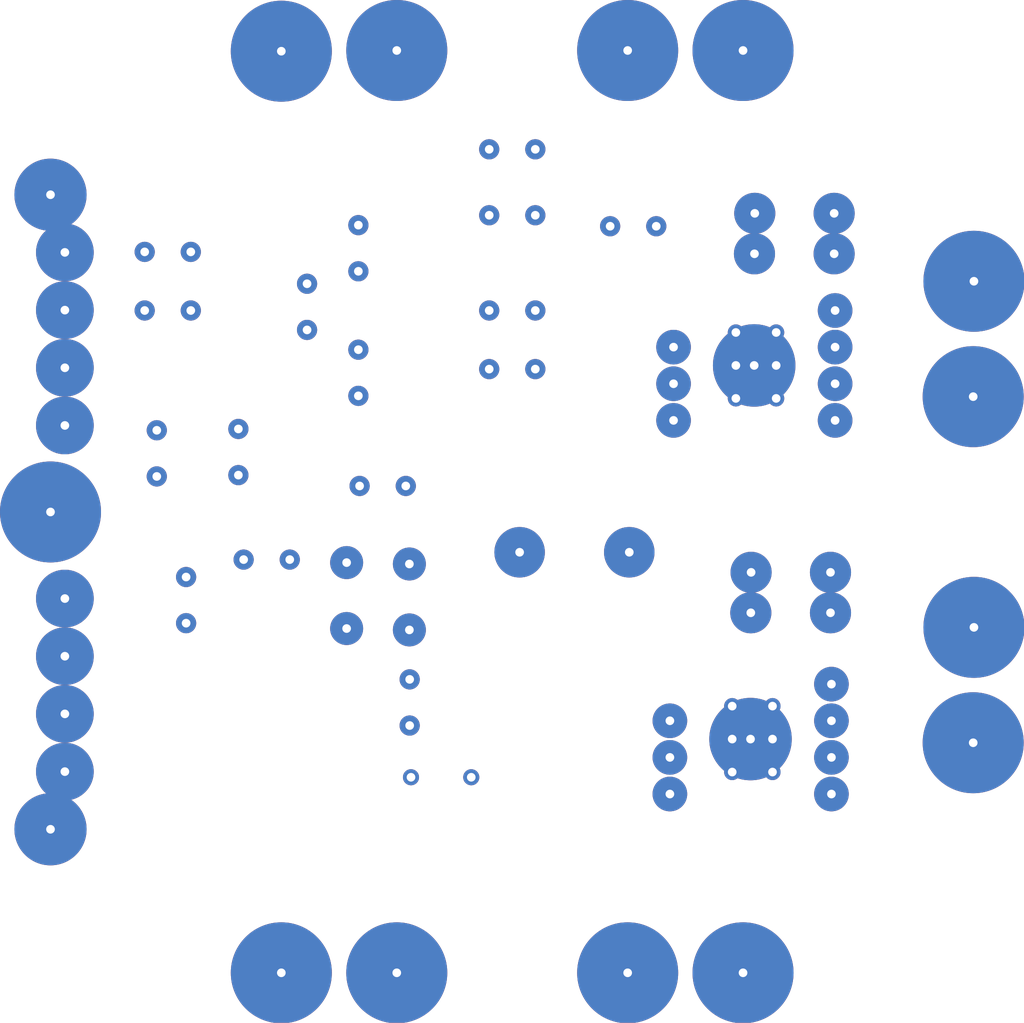
<source format=kicad_pcb>
(kicad_pcb (version 4) (host Gerbview "4.0.0-rc1-stable")

  (layers 
    (0 F.Cu signal)
    (31 B.Cu signal)
    (32 B.Adhes user)
    (33 F.Adhes user)
    (34 B.Paste user)
    (35 F.Paste user)
    (36 B.SilkS user)
    (37 F.SilkS user)
    (38 B.Mask user)
    (39 F.Mask user)
    (40 Dwgs.User user)
    (41 Cmts.User user)
    (42 Eco1.User user)
    (43 Eco2.User user)
    (44 Edge.Cuts user)
    (45 Margin user)
    (46 B.CrtYd user)
    (47 F.CrtYd user)
    (48 B.Fab user)
    (49 F.Fab user)
  )

 (via (at 243.58092 -151.27478) (size 0.55753) (layers F.Cu B.Cu))
 (via (at 245.6688 -151.27478) (size 0.55753) (layers F.Cu B.Cu))
 (via (at 241.3508 -156.43098) (size 1.143) (layers F.Cu B.Cu))
 (via (at 241.3508 -158.71698) (size 1.143) (layers F.Cu B.Cu))
 (via (at 243.52504 -158.66872) (size 1.143) (layers F.Cu B.Cu))
 (via (at 243.52504 -156.38272) (size 1.143) (layers F.Cu B.Cu))
 (via (at 243.5352 -153.06802) (size 0.69977) (layers F.Cu B.Cu))
 (via (at 243.5352 -154.66822) (size 0.69977) (layers F.Cu B.Cu))
 (via (at 241.7572 -168.81602) (size 0.69977) (layers F.Cu B.Cu))
 (via (at 241.7572 -170.41622) (size 0.69977) (layers F.Cu B.Cu))
 (via (at 239.9792 -166.78402) (size 0.69977) (layers F.Cu B.Cu))
 (via (at 239.9792 -168.38422) (size 0.69977) (layers F.Cu B.Cu))
 (via (at 241.7572 -166.09822) (size 0.69977) (layers F.Cu B.Cu))
 (via (at 241.7572 -164.49802) (size 0.69977) (layers F.Cu B.Cu))
 (via (at 237.59922 -161.74974) (size 0.69977) (layers F.Cu B.Cu))
 (via (at 237.59922 -163.34994) (size 0.69977) (layers F.Cu B.Cu))
 (via (at 235.7882 -158.2166) (size 0.69977) (layers F.Cu B.Cu))
 (via (at 235.7882 -156.6164) (size 0.69977) (layers F.Cu B.Cu))
 (via (at 234.7722 -161.70402) (size 0.69977) (layers F.Cu B.Cu))
 (via (at 234.7722 -163.30422) (size 0.69977) (layers F.Cu B.Cu))
 (via (at 237.7821 -158.82112) (size 0.69977) (layers F.Cu B.Cu))
 (via (at 239.37976 -158.82112) (size 0.69977) (layers F.Cu B.Cu))
 (via (at 234.3531 -167.45712) (size 0.69977) (layers F.Cu B.Cu))
 (via (at 235.95076 -167.45712) (size 0.69977) (layers F.Cu B.Cu))
 (via (at 234.3531 -169.48912) (size 0.69977) (layers F.Cu B.Cu))
 (via (at 235.95076 -169.48912) (size 0.69977) (layers F.Cu B.Cu))
 (via (at 250.4821 -170.37812) (size 0.69977) (layers F.Cu B.Cu))
 (via (at 252.07976 -170.37812) (size 0.69977) (layers F.Cu B.Cu))
 (via (at 246.2911 -165.42512) (size 0.69977) (layers F.Cu B.Cu))
 (via (at 247.88876 -165.42512) (size 0.69977) (layers F.Cu B.Cu))
 (via (at 246.2911 -173.04512) (size 0.69977) (layers F.Cu B.Cu))
 (via (at 247.88876 -173.04512) (size 0.69977) (layers F.Cu B.Cu))
 (via (at 247.88876 -167.45712) (size 0.69977) (layers F.Cu B.Cu))
 (via (at 246.2911 -167.45712) (size 0.69977) (layers F.Cu B.Cu))
 (via (at 247.88876 -170.75912) (size 0.69977) (layers F.Cu B.Cu))
 (via (at 246.2911 -170.75912) (size 0.69977) (layers F.Cu B.Cu))
 (via (at 241.80038 -161.37382) (size 0.69977) (layers F.Cu B.Cu))
 (via (at 243.40058 -161.37382) (size 0.69977) (layers F.Cu B.Cu))
 (via (at 255.36652 -158.37916) (size 1.42494) (layers F.Cu B.Cu))
 (via (at 255.35636 -156.97708) (size 1.42494) (layers F.Cu B.Cu))
 (via (at 258.11734 -156.97708) (size 1.42494) (layers F.Cu B.Cu))
 (via (at 258.11734 -158.37916) (size 1.42494) (layers F.Cu B.Cu))
 (via (at 255.49352 -170.82516) (size 1.42494) (layers F.Cu B.Cu))
 (via (at 255.48336 -169.42308) (size 1.42494) (layers F.Cu B.Cu))
 (via (at 258.24434 -169.42308) (size 1.42494) (layers F.Cu B.Cu))
 (via (at 258.24434 -170.82516) (size 1.42494) (layers F.Cu B.Cu))
 (via (at 258.27736 -163.64712) (size 1.20015) (layers F.Cu B.Cu))
 (via (at 258.27736 -164.91712) (size 1.20015) (layers F.Cu B.Cu))
 (via (at 258.27736 -166.18712) (size 1.20015) (layers F.Cu B.Cu))
 (via (at 258.27736 -167.45712) (size 1.20015) (layers F.Cu B.Cu))
 (via (at 252.6792 -163.64712) (size 1.20015) (layers F.Cu B.Cu))
 (via (at 252.6792 -164.91712) (size 1.20015) (layers F.Cu B.Cu))
 (via (at 252.6792 -166.18712) (size 1.20015) (layers F.Cu B.Cu))
 (via (at 258.15036 -150.69312) (size 1.20015) (layers F.Cu B.Cu))
 (via (at 258.15036 -151.96312) (size 1.20015) (layers F.Cu B.Cu))
 (via (at 258.15036 -153.23312) (size 1.20015) (layers F.Cu B.Cu))
 (via (at 258.15036 -154.50312) (size 1.20015) (layers F.Cu B.Cu))
 (via (at 252.5522 -150.69312) (size 1.20015) (layers F.Cu B.Cu))
 (via (at 252.5522 -151.96312) (size 1.20015) (layers F.Cu B.Cu))
 (via (at 252.5522 -153.23312) (size 1.20015) (layers F.Cu B.Cu))
(segment (start 252.6792 -167.45712) (end 252.6792 -167.45712) (width 0.001) (layer F.Cu) (net 0))
(segment (start 252.5522 -154.50312) (end 252.5522 -154.50312) (width 0.001) (layer F.Cu) (net 0))
 (via (at 255.4732 -165.55212) (size 2.8575) (layers F.Cu B.Cu))
 (via (at 255.3462 -152.59812) (size 2.8575) (layers F.Cu B.Cu))
 (via (at 247.3452 -159.07512) (size 1.75006) (layers F.Cu B.Cu))
 (via (at 251.14504 -159.07512) (size 1.75006) (layers F.Cu B.Cu))
 (via (at 231.0892 -171.47032) (size 2.50063) (layers F.Cu B.Cu))
 (via (at 231.0892 -149.47138) (size 2.50063) (layers F.Cu B.Cu))
 (via (at 231.58704 -169.47134) (size 2.00025) (layers F.Cu B.Cu))
 (via (at 231.58704 -167.46982) (size 2.00025) (layers F.Cu B.Cu))
 (via (at 231.58704 -165.47084) (size 2.00025) (layers F.Cu B.Cu))
 (via (at 231.58704 -163.47186) (size 2.00025) (layers F.Cu B.Cu))
 (via (at 231.58704 -157.46984) (size 2.00025) (layers F.Cu B.Cu))
 (via (at 231.58704 -155.47086) (size 2.00025) (layers F.Cu B.Cu))
 (via (at 231.58704 -153.47188) (size 2.00025) (layers F.Cu B.Cu))
 (via (at 231.58704 -151.47036) (size 2.00025) (layers F.Cu B.Cu))
 (via (at 231.0892 -160.47212) (size 3.50012) (layers F.Cu B.Cu))
 (via (at 263.08812 -156.47162) (size 3.50012) (layers F.Cu B.Cu))
 (via (at 263.06272 -152.47112) (size 3.50012) (layers F.Cu B.Cu))
 (via (at 263.06272 -164.47008) (size 3.50012) (layers F.Cu B.Cu))
 (via (at 263.08812 -168.47058) (size 3.50012) (layers F.Cu B.Cu))
 (via (at 251.08916 -176.47158) (size 3.50012) (layers F.Cu B.Cu))
 (via (at 239.08766 -176.44618) (size 3.50012) (layers F.Cu B.Cu))
 (via (at 243.08816 -176.47158) (size 3.50012) (layers F.Cu B.Cu))
 (via (at 255.08712 -176.47158) (size 3.50012) (layers F.Cu B.Cu))
 (via (at 239.08766 -144.49552) (size 3.50012) (layers F.Cu B.Cu))
 (via (at 243.08816 -144.49552) (size 3.50012) (layers F.Cu B.Cu))
 (via (at 251.08916 -144.49552) (size 3.50012) (layers F.Cu B.Cu))
 (via (at 255.08712 -144.49552) (size 3.50012) (layers F.Cu B.Cu))
 (via (at 254.8382 -165.55212) (size 0.5588) (layers F.Cu B.Cu))
 (via (at 256.2352 -165.55212) (size 0.5588) (layers F.Cu B.Cu))
 (via (at 256.2352 -164.40912) (size 0.5588) (layers F.Cu B.Cu))
 (via (at 254.8382 -164.40912) (size 0.5588) (layers F.Cu B.Cu))
 (via (at 256.2352 -166.69512) (size 0.5588) (layers F.Cu B.Cu))
 (via (at 254.8382 -166.69512) (size 0.5588) (layers F.Cu B.Cu))
 (via (at 254.7112 -152.59812) (size 0.5588) (layers F.Cu B.Cu))
 (via (at 256.1082 -152.59812) (size 0.5588) (layers F.Cu B.Cu))
 (via (at 256.1082 -151.45512) (size 0.5588) (layers F.Cu B.Cu))
 (via (at 254.7112 -151.45512) (size 0.5588) (layers F.Cu B.Cu))
 (via (at 256.1082 -153.74112) (size 0.5588) (layers F.Cu B.Cu))
 (via (at 254.7112 -153.74112) (size 0.5588) (layers F.Cu B.Cu))
)

</source>
